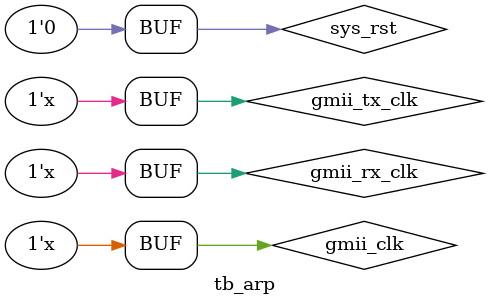
<source format=v>
`timescale 1ns / 1ns


module tb_arp;

parameter T = 8;                                // Ê±ÖÓÖÜÆÚ8ns
parameter OP_CYCLE = 100;                       // ²Ù×÷ÖÜÆÚ

parameter  BOARD_MAC = 48'h00_11_22_33_44_55;        // °å¿¨MACµØÖ·
parameter  BOARD_IP  = {8'd192,8'd168,8'd0,8'd2}; 
// Ä¿±êmacºÍip
parameter  DES_MAC   = 48'hff_ff_ff_ff_ff_ff;
parameter  DES_IP  = {8'd192,8'd168,8'd0,8'd3}; 

// reg define
reg                 gmii_clk;
reg                 sys_rst;
reg                 arp_tx_en;
reg                 arp_tx_type;
reg     [3:0]       flow_cnt;
reg     [13:0]      delay_cnt;

// wire define
wire                gmii_rx_clk;
wire                gmii_rx_dv;
wire    [7:0]       gmii_rxd   ; //GMII½ÓÊÕÊý¾Ý
wire                gmii_tx_clk; //GMII·¢ËÍÊ±ÖÓ
wire                gmii_tx_en ; //GMII·¢ËÍÊý¾ÝÊ¹ÄÜÐÅºÅ
wire    [7:0]       gmii_txd   ; //GMII·¢ËÍÊý¾Ý

wire                arp_rx_done; //ARP½ÓÊÕÍê³ÉÐÅºÅ
wire                arp_rx_type; //ARP½ÓÊÕÀàÐÍ 0:ÇëÇó  1:Ó¦´ð
wire        [47:0]  src_mac    ; //½ÓÊÕµ½Ä¿µÄMACµØÖ·
wire        [31:0]  src_ip     ; //½ÓÊÕµ½Ä¿µÄIPµØÖ·    
wire        [47:0]  des_mac    ; //·¢ËÍµÄÄ¿±êMACµØÖ·
wire        [31:0]  des_ip     ; //·¢ËÍµÄÄ¿±êIPµØÖ·
wire                gmii_tx_done;
wire                arp_led;


assign  gmii_rx_clk = gmii_clk;
assign  gmii_tx_clk = gmii_clk;
assign  gmii_rx_dv  = gmii_tx_en;
assign  gmii_rxd    = gmii_txd;

assign  des_mac     = src_mac;
assign  des_ip      = src_ip;

initial begin
    gmii_clk        = 1'b0;
    sys_rst         = 1'b1;         // ³õÊ¼¸´Î»
    #(T+1) sys_rst = 1'b0;
end

always #(T/2) gmii_clk = ~gmii_clk;

always @(posedge gmii_clk or posedge sys_rst) begin
    if(sys_rst) begin
        arp_tx_en <= 1'b0;
        arp_tx_type <= 1'b0;
        delay_cnt <= 1'b0;
        flow_cnt <= 1'b0;
    end
    else begin
        case (flow_cnt)
            4'd0 : flow_cnt <= flow_cnt + 4'd1;
            4'd1 : begin
                arp_tx_en <= 1'b1;
                arp_tx_type <= 1'b0;        // ·¢ËÍarpÇëÇó
                flow_cnt <= flow_cnt + 4'd1;
            end
            4'd2 : begin
                arp_tx_en <= 1'b0;
                flow_cnt <= flow_cnt + 4'd1; 
            end
            4'd3 : begin
                if(gmii_tx_done) begin
                    flow_cnt <= flow_cnt + 4'd1;
                end
            end 
            4'd4 : begin
                delay_cnt <= delay_cnt + 14'd1;
                if(delay_cnt == OP_CYCLE - 1) begin
                    flow_cnt <= flow_cnt + 4'd1;
                end
            end
            4'd5 : begin
                arp_tx_en <= 1'b1;
                arp_tx_type <= 1'b1;        // arpÓ¦´ð
                flow_cnt <= flow_cnt + 4'd1;
            end
            4'd6 : begin
                arp_tx_en <= 1'b0;
                flow_cnt <= flow_cnt + 4'd1;
            end
            4'd7 : begin
                if(gmii_tx_done)
                    flow_cnt <= flow_cnt + 4'd1;
            end
            default:; 
        endcase
    end
end


// arpÄ£¿éÀý»¯
    arp #(
        .DES_IP             (DES_IP),
        .DES_MAC            (DES_MAC),
        .BOARD_IP           (BOARD_IP),
        .BOARD_MAC          (BOARD_MAC)
    )u_arp(
        .rst                (sys_rst),          
        .gmii_rx_clk        (gmii_rx_clk),
        .gmii_rx_dv         (gmii_rx_dv), 
        .gmii_rxd           (gmii_rxd),   
        .gmii_tx_clk        (gmii_tx_clk),
        .gmii_tx_en         (gmii_tx_en), 
        .gmii_txd           (gmii_txd),   
        .gmii_tx_done       (gmii_tx_done),          
        .arp_tx_en          (arp_tx_en),  
        .arp_tx_type        (arp_tx_type),
        .arp_rx_done        (arp_rx_done),
        .arp_rx_type        (arp_rx_type),
        .des_mac            (des_mac),    
        .des_ip             (des_ip),     
        .src_mac            (src_mac),    
        .src_ip             (src_ip),
        .arp_led            (arp_led)  
    );


endmodule

</source>
